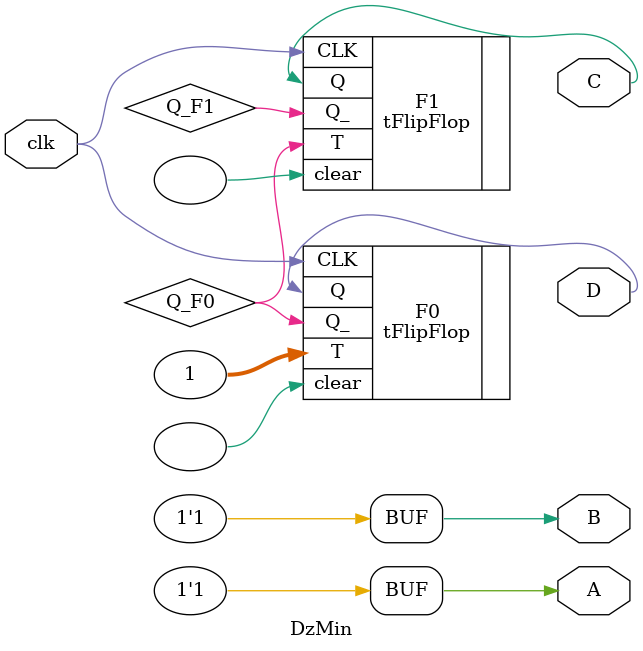
<source format=v>
module DzMin (A, B, C, D, clk);
	
	// Declaração de entradas e saídas
	input clk;
	output A, B, C, D;
	
	// Declaração de fio intermediários
	wire Q_F0, Q_F1, Q_F2;
	
	not (A, 1'b0);
	not (B, 1'b0);
	
	// Lógica do contador da Dezenas de segundos
	
	tFlipFlop F0(

	.T(1),
	.clear(),
	.CLK(clk),
	.Q(D),
	.Q_(Q_F0),

	);
	
	tFlipFlop F1(

	.T(Q_F0),
	.clear(),
	.CLK(clk),
	.Q(C),
	.Q_(Q_F1),

	);
	
endmodule

</source>
